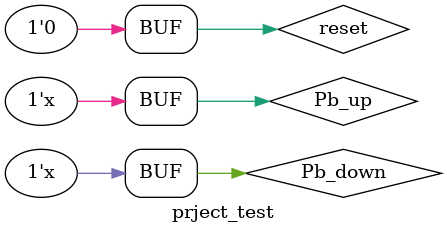
<source format=v>
module prject( Pb_up , Pb_down , reset , leds1 , leds2 , leds_flag ,/* slow_clk ,*/ 
              Debounced_up , Debounced_down , state);
  input reset , Pb_up ,Pb_down ;
  output    [6:0]leds1; // The ones digit place
  output    [6:0]leds2; // The tens digit place
  output    [6:0]leds_flag ; // The empty or full place
  output    [2:0]state;// return the state
  output     Debounced_up ; // Debounced_push button_up
  output     Debounced_down ; // Debounced_push button_down
 // output      slow_clk ; // slowed_clock for buttons 
  wire        [5:0] count ;
  
  wire       clk ;
  clock_gen Clkg(clk);
  
  wire      slow_clk ;
  clock_div div_clk( clk, reset, slow_clk );
  
   wire        Debounced_up  ;
   FF Pb_up_ff( slow_clk , Pb_up , Debounced_up );
   
  wire       Debounced_down ;
   FF Pb_down_ff( slow_clk , Pb_down , Debounced_down );

  BCD_Counter bcd_cnt( Debounced_up , Debounced_down , reset, count, state) ;
  wire [5:0] counts = count ;
  wire [3:0] seg1 = count %10 ; // return The ones digit
  wire [3:0] seg2 = count /10 ; // return The tens digit
  wire [2:0] State= state ; // returtn the current state
  Docoder_7_seg seg_1( seg1[3] , seg1[2] , seg1[1] , seg1[0] , leds1[0] , // The ones digit segment
                         leds1[1] ,leds1[2] , leds1[3] ,leds1[4] ,leds1[5] , leds1[6] ) ;
                         
  Docoder_7_seg seg_2( seg2[3] , seg2[2] , seg2[1] , seg2[0] , leds2[0] , // The tens digit segment
                         leds2[1] ,leds2[2] , leds2[3] ,leds2[4] ,leds2[5] , leds2[6] ) ;
  flag_7_seg flag_seg (counts[5],counts[4],counts[3],counts[2],counts[1],counts[0],
                      leds_flag[0] , leds_flag[1] ,leds_flag[2] , leds_flag[3] ,
                      leds_flag[4] ,leds_flag[5],leds_flag[6]) ;
               // The flag segment
endmodule   

module prject_test;
  reg reset ,
   Pb_up ,
   Pb_down ;
   
  wire   [6:0] leds_1 ;
  wire   [6:0] leds_2 ;
  wire   [6:0] leds_flagg ;
 // wire      slow_clk ;
  wire        Debounced_up  ;
  wire       Debounced_down ;
  wire    [2:0]state ;
      initial 
      begin
        reset=1 ; #50;
        reset =0;
        Pb_up=1;
        Pb_down=0;
      end
      always 
      begin
     #55  Pb_up <= ~Pb_up ;
       end 
        always 
      begin
     #9446 Pb_down <= ~Pb_down ;
       end 
 prject pj_test( Pb_up , Pb_down , reset , leds_1 , leds_2 , leds_flagg ,
                  /*slow_clk ,*/ Debounced_up , Debounced_down , state ) ;
                  
                  
endmodule
//3210
//1010
  
</source>
